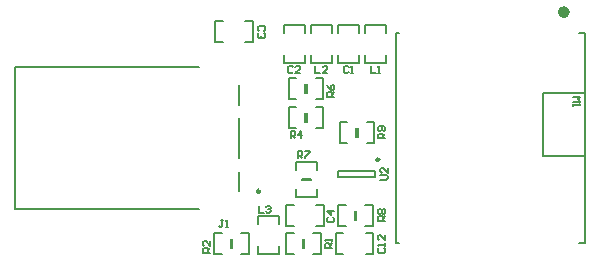
<source format=gbr>
%FSLAX43Y43*%
%MOMM*%
G71*
G01*
G75*
G04 Layer_Color=65535*
%ADD10R,2.700X1.000*%
%ADD11R,0.762X1.372*%
%ADD12R,0.650X1.100*%
%ADD13R,0.864X1.372*%
%ADD14R,1.372X0.762*%
%ADD15R,2.032X2.032*%
%ADD16R,1.372X0.864*%
%ADD17C,0.200*%
%ADD18C,1.200*%
%ADD19C,3.000*%
%ADD20C,0.800*%
%ADD21O,2.100X0.300*%
%ADD22O,0.300X2.100*%
%ADD23R,1.300X1.000*%
%ADD24C,0.250*%
%ADD25C,0.508*%
%ADD26C,0.152*%
D17*
X-3200Y4500D02*
X12330D01*
X-3200Y16500D02*
X12330D01*
X-3200Y4500D02*
Y16500D01*
X15700Y6025D02*
Y7670D01*
Y8820D02*
Y12180D01*
Y13330D02*
Y14975D01*
X27200Y7250D02*
Y7750D01*
X24100Y7250D02*
Y7750D01*
X27200D01*
X24100Y7250D02*
X27200D01*
X29000Y1620D02*
X29254D01*
X29000Y19400D02*
X29254D01*
X44494Y1620D02*
X45002D01*
X44494Y19400D02*
X45002D01*
Y1620D02*
Y19400D01*
X29000Y1620D02*
Y19400D01*
X41446Y14320D02*
X45002D01*
X41446Y8986D02*
Y14320D01*
Y8986D02*
X45002D01*
X25000Y16500D02*
X24900Y16600D01*
X24700D01*
X24600Y16500D01*
Y16100D01*
X24700Y16000D01*
X24900D01*
X25000Y16100D01*
X25200Y16000D02*
X25400D01*
X25300D01*
Y16600D01*
X25200Y16500D01*
X20300D02*
X20200Y16600D01*
X20000D01*
X19900Y16500D01*
Y16100D01*
X20000Y16000D01*
X20200D01*
X20300Y16100D01*
X20900Y16000D02*
X20500D01*
X20900Y16400D01*
Y16500D01*
X20800Y16600D01*
X20600D01*
X20500Y16500D01*
X17800Y19600D02*
X17900Y19700D01*
Y19900D01*
X17800Y20000D01*
X17400D01*
X17300Y19900D01*
Y19700D01*
X17400Y19600D01*
X17800Y19400D02*
X17900Y19300D01*
Y19100D01*
X17800Y19000D01*
X17700D01*
X17600Y19100D01*
Y19200D01*
Y19100D01*
X17500Y19000D01*
X17400D01*
X17300Y19100D01*
Y19300D01*
X17400Y19400D01*
X23300Y3800D02*
X23200Y3700D01*
Y3500D01*
X23300Y3400D01*
X23700D01*
X23800Y3500D01*
Y3700D01*
X23700Y3800D01*
X23800Y4300D02*
X23200D01*
X23500Y4000D01*
Y4400D01*
X27600Y1200D02*
X27500Y1100D01*
Y900D01*
X27600Y800D01*
X28000D01*
X28100Y900D01*
Y1100D01*
X28000Y1200D01*
X28100Y1400D02*
Y1600D01*
Y1500D01*
X27500D01*
X27600Y1400D01*
X28100Y2300D02*
Y1900D01*
X27700Y2300D01*
X27600D01*
X27500Y2200D01*
Y2000D01*
X27600Y1900D01*
X14400Y3600D02*
X14200D01*
X14300D01*
Y3100D01*
X14200Y3000D01*
X14100D01*
X14000Y3100D01*
X14600Y3000D02*
X14800D01*
X14700D01*
Y3600D01*
X14600Y3500D01*
X26900Y16600D02*
Y16000D01*
X27300D01*
X27500D02*
X27700D01*
X27600D01*
Y16600D01*
X27500Y16500D01*
X22200Y16600D02*
Y16000D01*
X22600D01*
X23200D02*
X22800D01*
X23200Y16400D01*
Y16500D01*
X23100Y16600D01*
X22900D01*
X22800Y16500D01*
X17400Y4800D02*
Y4200D01*
X17800D01*
X18000Y4700D02*
X18100Y4800D01*
X18300D01*
X18400Y4700D01*
Y4600D01*
X18300Y4500D01*
X18200D01*
X18300D01*
X18400Y4400D01*
Y4300D01*
X18300Y4200D01*
X18100D01*
X18000Y4300D01*
X44000Y14000D02*
X44600D01*
X44400Y13800D01*
X44600Y13600D01*
X44000D01*
Y13400D02*
Y13200D01*
Y13300D01*
X44600D01*
X44500Y13400D01*
X23600Y1200D02*
X23000D01*
Y1500D01*
X23100Y1600D01*
X23300D01*
X23400Y1500D01*
Y1200D01*
Y1400D02*
X23600Y1600D01*
Y1800D02*
Y2000D01*
Y1900D01*
X23000D01*
X23100Y1800D01*
X13300Y800D02*
X12700D01*
Y1100D01*
X12800Y1200D01*
X13000D01*
X13100Y1100D01*
Y800D01*
Y1000D02*
X13300Y1200D01*
Y1800D02*
Y1400D01*
X12900Y1800D01*
X12800D01*
X12700Y1700D01*
Y1500D01*
X12800Y1400D01*
X20100Y10500D02*
Y11100D01*
X20400D01*
X20500Y11000D01*
Y10800D01*
X20400Y10700D01*
X20100D01*
X20300D02*
X20500Y10500D01*
X21000D02*
Y11100D01*
X20700Y10800D01*
X21100D01*
X23800Y14000D02*
X23200D01*
Y14300D01*
X23300Y14400D01*
X23500D01*
X23600Y14300D01*
Y14000D01*
Y14200D02*
X23800Y14400D01*
X23200Y15000D02*
X23300Y14800D01*
X23500Y14600D01*
X23700D01*
X23800Y14700D01*
Y14900D01*
X23700Y15000D01*
X23600D01*
X23500Y14900D01*
Y14600D01*
X20700Y8800D02*
Y9400D01*
X21000D01*
X21100Y9300D01*
Y9100D01*
X21000Y9000D01*
X20700D01*
X20900D02*
X21100Y8800D01*
X21300Y9400D02*
X21700D01*
Y9300D01*
X21300Y8900D01*
Y8800D01*
X28100Y3500D02*
X27500D01*
Y3800D01*
X27600Y3900D01*
X27800D01*
X27900Y3800D01*
Y3500D01*
Y3700D02*
X28100Y3900D01*
X27600Y4100D02*
X27500Y4200D01*
Y4400D01*
X27600Y4500D01*
X27700D01*
X27800Y4400D01*
X27900Y4500D01*
X28000D01*
X28100Y4400D01*
Y4200D01*
X28000Y4100D01*
X27900D01*
X27800Y4200D01*
X27700Y4100D01*
X27600D01*
X27800Y4200D02*
Y4400D01*
X28100Y10500D02*
X27500D01*
Y10800D01*
X27600Y10900D01*
X27800D01*
X27900Y10800D01*
Y10500D01*
Y10700D02*
X28100Y10900D01*
X28000Y11100D02*
X28100Y11200D01*
Y11400D01*
X28000Y11500D01*
X27600D01*
X27500Y11400D01*
Y11200D01*
X27600Y11100D01*
X27700D01*
X27800Y11200D01*
Y11500D01*
X27700Y7000D02*
X28200D01*
X28300Y7100D01*
Y7300D01*
X28200Y7400D01*
X27700D01*
X28300Y8000D02*
Y7600D01*
X27900Y8000D01*
X27800D01*
X27700Y7900D01*
Y7700D01*
X27800Y7600D01*
D24*
X17500Y6000D02*
G03*
X17500Y6000I-125J0D01*
G01*
X27600Y8700D02*
G03*
X27600Y8700I-125J0D01*
G01*
D25*
X43478Y21178D02*
G03*
X43478Y21178I-254J0D01*
G01*
D26*
X24240Y10111D02*
Y11889D01*
X24875D01*
X24240Y10111D02*
X24875D01*
X26525D02*
X27160D01*
X26525Y11889D02*
X27160D01*
Y10111D02*
Y11889D01*
X25636Y10619D02*
Y11381D01*
X25764Y10619D02*
Y11381D01*
X27060Y3111D02*
Y4889D01*
X26426Y3111D02*
X27060D01*
X26426Y4889D02*
X27060D01*
X24139D02*
X24774D01*
X24139Y3111D02*
X24774D01*
X24139D02*
Y4889D01*
X25663Y3619D02*
Y4381D01*
X25537Y3619D02*
Y4381D01*
X27087Y711D02*
Y2489D01*
X26452Y711D02*
X27087D01*
X26452Y2489D02*
X27087D01*
X23913D02*
X24548D01*
X23913Y711D02*
X24548D01*
X23913D02*
Y2489D01*
X20511Y5540D02*
X22289D01*
X20511D02*
Y6174D01*
X22289Y5540D02*
Y6174D01*
Y7826D02*
Y8460D01*
X20511Y7826D02*
Y8460D01*
X22289D01*
X21019Y6937D02*
X21781D01*
X21019Y7063D02*
X21781D01*
X19940Y13811D02*
Y15589D01*
X20574D01*
X19940Y13811D02*
X20574D01*
X22226D02*
X22861D01*
X22226Y15589D02*
X22861D01*
Y13811D02*
Y15589D01*
X21337Y14319D02*
Y15081D01*
X21463Y14319D02*
Y15081D01*
X19940Y11411D02*
Y13189D01*
X20574D01*
X19940Y11411D02*
X20574D01*
X22226D02*
X22861D01*
X22226Y13189D02*
X22861D01*
Y11411D02*
Y13189D01*
X21337Y11919D02*
Y12681D01*
X21463Y11919D02*
Y12681D01*
X17311Y712D02*
X19089D01*
Y1347D01*
X17311Y712D02*
Y1347D01*
Y3253D02*
Y3888D01*
X19089Y3253D02*
Y3888D01*
X17311D02*
X19089D01*
X16560Y711D02*
Y2489D01*
X15925Y711D02*
X16560D01*
X15925Y2489D02*
X16560D01*
X13639D02*
X14274D01*
X13639Y711D02*
X14274D01*
X13639D02*
Y2489D01*
X15163Y1219D02*
Y1981D01*
X15036Y1219D02*
Y1981D01*
X22888Y3111D02*
Y4889D01*
X22253Y3111D02*
X22888D01*
X22253Y4889D02*
X22888D01*
X19712D02*
X20347D01*
X19712Y3111D02*
X20347D01*
X19712D02*
Y4889D01*
X19740Y711D02*
Y2489D01*
X20375D01*
X19740Y711D02*
X20375D01*
X22025D02*
X22660D01*
X22025Y2489D02*
X22660D01*
Y711D02*
Y2489D01*
X21136Y1219D02*
Y1981D01*
X21264Y1219D02*
Y1981D01*
X13712Y18611D02*
Y20389D01*
X14347D01*
X13712Y18611D02*
X14347D01*
X16253D02*
X16888D01*
X16253Y20389D02*
X16888D01*
Y18611D02*
Y20389D01*
X24111Y16913D02*
X25889D01*
X24111D02*
Y17548D01*
X25889Y16913D02*
Y17548D01*
Y19452D02*
Y20087D01*
X24111Y19452D02*
Y20087D01*
X25889D01*
X19511Y16913D02*
X21289D01*
X19511D02*
Y17548D01*
X21289Y16913D02*
Y17548D01*
Y19452D02*
Y20087D01*
X19511Y19452D02*
Y20087D01*
X21289D01*
X21811Y16913D02*
X23589D01*
Y17548D01*
X21811Y16913D02*
Y17548D01*
Y19452D02*
Y20087D01*
X23589Y19452D02*
Y20087D01*
X21811D02*
X23589D01*
X26411Y16913D02*
X28189D01*
Y17548D01*
X26411Y16913D02*
Y17548D01*
Y19452D02*
Y20087D01*
X28189Y19452D02*
Y20087D01*
X26411D02*
X28189D01*
M02*

</source>
